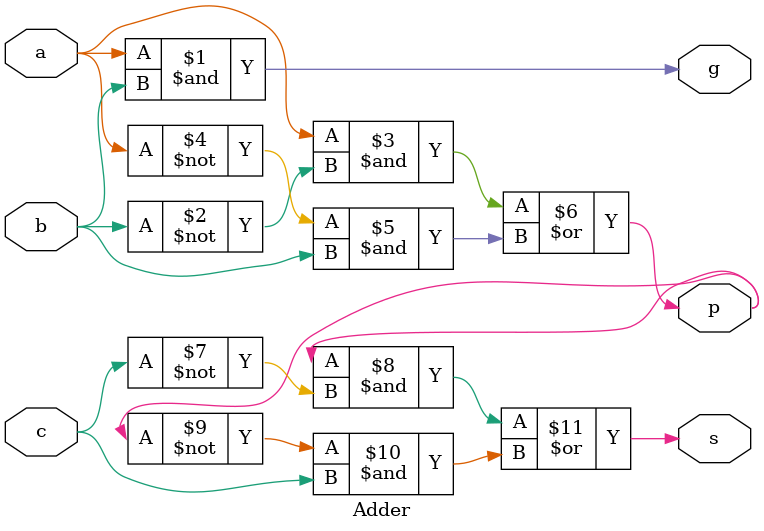
<source format=sv>
module Adder(
    input a, b, c,
    output g, p, s
);

    assign g = a & b;
    assign p = (a & ~b) | (~a & b);
    assign s = (p & ~c) | (~p & c);
    
endmodule
</source>
